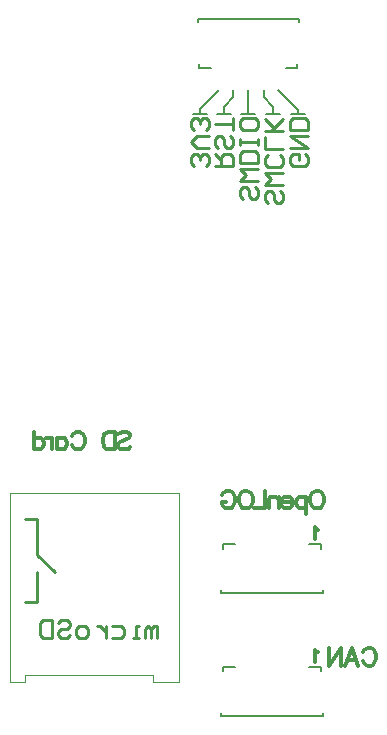
<source format=gbo>
G04 Layer_Color=32896*
%FSLAX44Y44*%
%MOMM*%
G71*
G01*
G75*
%ADD72C,0.2000*%
%ADD73C,0.3000*%
%ADD97C,0.2540*%
%ADD100C,0.1000*%
D72*
X673000Y215000D02*
X685000D01*
X693000D02*
X705000D01*
X714000D02*
X726000D01*
X735000D02*
X747000D01*
X756000D02*
X768000D01*
X720000D02*
Y235000D01*
X707000Y229000D02*
Y235000D01*
X700000Y222000D02*
X707000Y229000D01*
X699000Y221000D02*
X700000Y222000D01*
X699000Y215000D02*
Y221000D01*
X733000Y229000D02*
Y235000D01*
Y229000D02*
X740000Y222000D01*
X741000Y221000D01*
Y215000D02*
Y221000D01*
X745000Y235000D02*
Y235000D01*
Y235000D02*
X762000Y218000D01*
Y215000D02*
Y218000D01*
X679000Y219000D02*
X695000Y235000D01*
X679000Y215000D02*
Y219000D01*
X697000Y-295000D02*
Y-292000D01*
Y-295000D02*
X783000D01*
Y-292000D01*
X698500Y-253000D02*
X708500D01*
X698500Y-257000D02*
Y-253000D01*
X771500D02*
X781500D01*
Y-257000D02*
Y-253000D01*
X763000Y292500D02*
Y295500D01*
X677000D02*
X763000D01*
X677000Y292500D02*
Y295500D01*
X751500Y253500D02*
X761500D01*
Y257500D01*
X678500Y253500D02*
X688500D01*
X678500D02*
Y257500D01*
X697000Y-191000D02*
Y-188000D01*
Y-191000D02*
X783000D01*
Y-188000D01*
X698500Y-149000D02*
X708500D01*
X698500Y-153000D02*
Y-149000D01*
X771500D02*
X781500D01*
Y-153000D02*
Y-149000D01*
D73*
X610002Y-56146D02*
X611430Y-54717D01*
X613573Y-54003D01*
X616429D01*
X618572Y-54717D01*
X620000Y-56146D01*
Y-57574D01*
X619286Y-59002D01*
X618572Y-59716D01*
X617144Y-60430D01*
X612859Y-61859D01*
X611430Y-62573D01*
X610716Y-63287D01*
X610002Y-64715D01*
Y-66858D01*
X611430Y-68286D01*
X613573Y-69000D01*
X616429D01*
X618572Y-68286D01*
X620000Y-66858D01*
X606646Y-54003D02*
Y-69000D01*
Y-54003D02*
X601647D01*
X599504Y-54717D01*
X598076Y-56146D01*
X597362Y-57574D01*
X596648Y-59716D01*
Y-63287D01*
X597362Y-65429D01*
X598076Y-66858D01*
X599504Y-68286D01*
X601647Y-69000D01*
X606646D01*
X570796Y-57574D02*
X571510Y-56146D01*
X572939Y-54717D01*
X574367Y-54003D01*
X577224D01*
X578652Y-54717D01*
X580080Y-56146D01*
X580794Y-57574D01*
X581508Y-59716D01*
Y-63287D01*
X580794Y-65429D01*
X580080Y-66858D01*
X578652Y-68286D01*
X577224Y-69000D01*
X574367D01*
X572939Y-68286D01*
X571510Y-66858D01*
X570796Y-65429D01*
X558013Y-59002D02*
Y-69000D01*
Y-61144D02*
X559442Y-59716D01*
X560870Y-59002D01*
X563012D01*
X564440Y-59716D01*
X565869Y-61144D01*
X566583Y-63287D01*
Y-64715D01*
X565869Y-66858D01*
X564440Y-68286D01*
X563012Y-69000D01*
X560870D01*
X559442Y-68286D01*
X558013Y-66858D01*
X554014Y-59002D02*
Y-69000D01*
Y-63287D02*
X553300Y-61144D01*
X551872Y-59716D01*
X550443Y-59002D01*
X548301D01*
X538375Y-54003D02*
Y-69000D01*
Y-61144D02*
X539803Y-59716D01*
X541231Y-59002D01*
X543374D01*
X544802Y-59716D01*
X546230Y-61144D01*
X546944Y-63287D01*
Y-64715D01*
X546230Y-66858D01*
X544802Y-68286D01*
X543374Y-69000D01*
X541231D01*
X539803Y-68286D01*
X538375Y-66858D01*
X779715Y-104003D02*
X781143Y-104717D01*
X782572Y-106146D01*
X783286Y-107574D01*
X784000Y-109716D01*
Y-113287D01*
X783286Y-115429D01*
X782572Y-116858D01*
X781143Y-118286D01*
X779715Y-119000D01*
X776859D01*
X775430Y-118286D01*
X774002Y-116858D01*
X773288Y-115429D01*
X772574Y-113287D01*
Y-109716D01*
X773288Y-107574D01*
X774002Y-106146D01*
X775430Y-104717D01*
X776859Y-104003D01*
X779715D01*
X769075Y-109002D02*
Y-123999D01*
Y-111145D02*
X767646Y-109716D01*
X766218Y-109002D01*
X764076D01*
X762647Y-109716D01*
X761219Y-111145D01*
X760505Y-113287D01*
Y-114715D01*
X761219Y-116858D01*
X762647Y-118286D01*
X764076Y-119000D01*
X766218D01*
X767646Y-118286D01*
X769075Y-116858D01*
X757291Y-113287D02*
X748722D01*
Y-111859D01*
X749436Y-110430D01*
X750150Y-109716D01*
X751578Y-109002D01*
X753721D01*
X755149Y-109716D01*
X756577Y-111145D01*
X757291Y-113287D01*
Y-114715D01*
X756577Y-116858D01*
X755149Y-118286D01*
X753721Y-119000D01*
X751578D01*
X750150Y-118286D01*
X748722Y-116858D01*
X745508Y-109002D02*
Y-119000D01*
Y-111859D02*
X743366Y-109716D01*
X741938Y-109002D01*
X739795D01*
X738367Y-109716D01*
X737653Y-111859D01*
Y-119000D01*
X733725Y-104003D02*
Y-119000D01*
X725155D01*
X719228Y-104003D02*
X720656Y-104717D01*
X722085Y-106146D01*
X722799Y-107574D01*
X723513Y-109716D01*
Y-113287D01*
X722799Y-115429D01*
X722085Y-116858D01*
X720656Y-118286D01*
X719228Y-119000D01*
X716372D01*
X714943Y-118286D01*
X713515Y-116858D01*
X712801Y-115429D01*
X712087Y-113287D01*
Y-109716D01*
X712801Y-107574D01*
X713515Y-106146D01*
X714943Y-104717D01*
X716372Y-104003D01*
X719228D01*
X697876Y-107574D02*
X698590Y-106146D01*
X700018Y-104717D01*
X701446Y-104003D01*
X704303D01*
X705731Y-104717D01*
X707159Y-106146D01*
X707874Y-107574D01*
X708588Y-109716D01*
Y-113287D01*
X707874Y-115429D01*
X707159Y-116858D01*
X705731Y-118286D01*
X704303Y-119000D01*
X701446D01*
X700018Y-118286D01*
X698590Y-116858D01*
X697876Y-115429D01*
Y-113287D01*
X701446D02*
X697876D01*
X817288Y-240574D02*
X818002Y-239146D01*
X819430Y-237717D01*
X820859Y-237003D01*
X823715D01*
X825144Y-237717D01*
X826572Y-239146D01*
X827286Y-240574D01*
X828000Y-242716D01*
Y-246287D01*
X827286Y-248429D01*
X826572Y-249858D01*
X825144Y-251286D01*
X823715Y-252000D01*
X820859D01*
X819430Y-251286D01*
X818002Y-249858D01*
X817288Y-248429D01*
X801648Y-252000D02*
X807362Y-237003D01*
X813075Y-252000D01*
X810932Y-247001D02*
X803791D01*
X798149Y-237003D02*
Y-252000D01*
Y-237003D02*
X788151Y-252000D01*
Y-237003D02*
Y-252000D01*
X779000Y-240907D02*
X778048Y-240430D01*
X776620Y-239002D01*
Y-249000D01*
X779000Y-136906D02*
X778048Y-136430D01*
X776620Y-135002D01*
Y-145000D01*
D97*
X541000Y-158000D02*
Y-133000D01*
Y-158000D02*
X541000D01*
X556000Y-173000D01*
X541000Y-198000D02*
Y-173000D01*
X531000Y-198000D02*
X541000D01*
Y-133000D02*
Y-128000D01*
X531000D02*
X541000D01*
X767696Y181157D02*
X770235Y178617D01*
Y173539D01*
X767696Y171000D01*
X757539D01*
X755000Y173539D01*
Y178617D01*
X757539Y181157D01*
X762618D01*
Y176078D01*
X755000Y186235D02*
X770235D01*
X755000Y196392D01*
X770235D01*
Y201470D02*
X755000D01*
Y209088D01*
X757539Y211627D01*
X767696D01*
X770235Y209088D01*
Y201470D01*
X746696Y150157D02*
X749235Y147618D01*
Y142539D01*
X746696Y140000D01*
X744157D01*
X741618Y142539D01*
Y147618D01*
X739078Y150157D01*
X736539D01*
X734000Y147618D01*
Y142539D01*
X736539Y140000D01*
X749235Y155235D02*
X734000D01*
X739078Y160313D01*
X734000Y165392D01*
X749235D01*
X746696Y180627D02*
X749235Y178088D01*
Y173009D01*
X746696Y170470D01*
X736539D01*
X734000Y173009D01*
Y178088D01*
X736539Y180627D01*
X749235Y185705D02*
X734000D01*
Y195862D01*
X749235Y200940D02*
X734000D01*
X739078D01*
X749235Y211097D01*
X741618Y203479D01*
X734000Y211097D01*
X725696Y153157D02*
X728235Y150618D01*
Y145539D01*
X725696Y143000D01*
X723157D01*
X720618Y145539D01*
Y150618D01*
X718078Y153157D01*
X715539D01*
X713000Y150618D01*
Y145539D01*
X715539Y143000D01*
X728235Y158235D02*
X713000D01*
X718078Y163313D01*
X713000Y168392D01*
X728235D01*
Y173470D02*
X713000D01*
Y181088D01*
X715539Y183627D01*
X725696D01*
X728235Y181088D01*
Y173470D01*
Y188705D02*
Y193784D01*
Y191244D01*
X713000D01*
Y188705D01*
Y193784D01*
X728235Y209019D02*
Y203940D01*
X725696Y201401D01*
X715539D01*
X713000Y203940D01*
Y209019D01*
X715539Y211558D01*
X725696D01*
X728235Y209019D01*
X692000Y171000D02*
X707235D01*
Y178617D01*
X704696Y181157D01*
X699617D01*
X697078Y178617D01*
Y171000D01*
Y176078D02*
X692000Y181157D01*
X704696Y196392D02*
X707235Y193853D01*
Y188774D01*
X704696Y186235D01*
X702157D01*
X699617Y188774D01*
Y193853D01*
X697078Y196392D01*
X694539D01*
X692000Y193853D01*
Y188774D01*
X694539Y186235D01*
X707235Y201470D02*
Y211627D01*
Y206549D01*
X692000D01*
X683696Y171000D02*
X686235Y173539D01*
Y178617D01*
X683696Y181157D01*
X681157D01*
X678617Y178617D01*
Y176078D01*
Y178617D01*
X676078Y181157D01*
X673539D01*
X671000Y178617D01*
Y173539D01*
X673539Y171000D01*
X686235Y186235D02*
X676078D01*
X671000Y191313D01*
X676078Y196392D01*
X686235D01*
X683696Y201470D02*
X686235Y204009D01*
Y209088D01*
X683696Y211627D01*
X681157D01*
X678617Y209088D01*
Y206549D01*
Y209088D01*
X676078Y211627D01*
X673539D01*
X671000Y209088D01*
Y204009D01*
X673539Y201470D01*
X643000Y-229000D02*
Y-218843D01*
X640461D01*
X637922Y-221383D01*
Y-229000D01*
Y-221383D01*
X635382Y-218843D01*
X632843Y-221383D01*
Y-229000D01*
X627765D02*
X622687D01*
X625226D01*
Y-218843D01*
X627765D01*
X604912D02*
X612530D01*
X615069Y-221383D01*
Y-226461D01*
X612530Y-229000D01*
X604912D01*
X599834Y-218843D02*
Y-229000D01*
Y-223922D01*
X597295Y-221383D01*
X594756Y-218843D01*
X592216D01*
X582060Y-229000D02*
X576981D01*
X574442Y-226461D01*
Y-221383D01*
X576981Y-218843D01*
X582060D01*
X584599Y-221383D01*
Y-226461D01*
X582060Y-229000D01*
X559207Y-216304D02*
X561746Y-213765D01*
X566825D01*
X569364Y-216304D01*
Y-218843D01*
X566825Y-221383D01*
X561746D01*
X559207Y-223922D01*
Y-226461D01*
X561746Y-229000D01*
X566825D01*
X569364Y-226461D01*
X554129Y-213765D02*
Y-229000D01*
X546511D01*
X543972Y-226461D01*
Y-216304D01*
X546511Y-213765D01*
X554129D01*
D100*
X518000Y-266000D02*
X531000D01*
Y-260000D01*
X639000D01*
Y-266000D02*
Y-260000D01*
Y-266000D02*
X661000D01*
Y-106000D01*
X518000D02*
X661000D01*
X518000Y-266000D02*
Y-106000D01*
M02*

</source>
